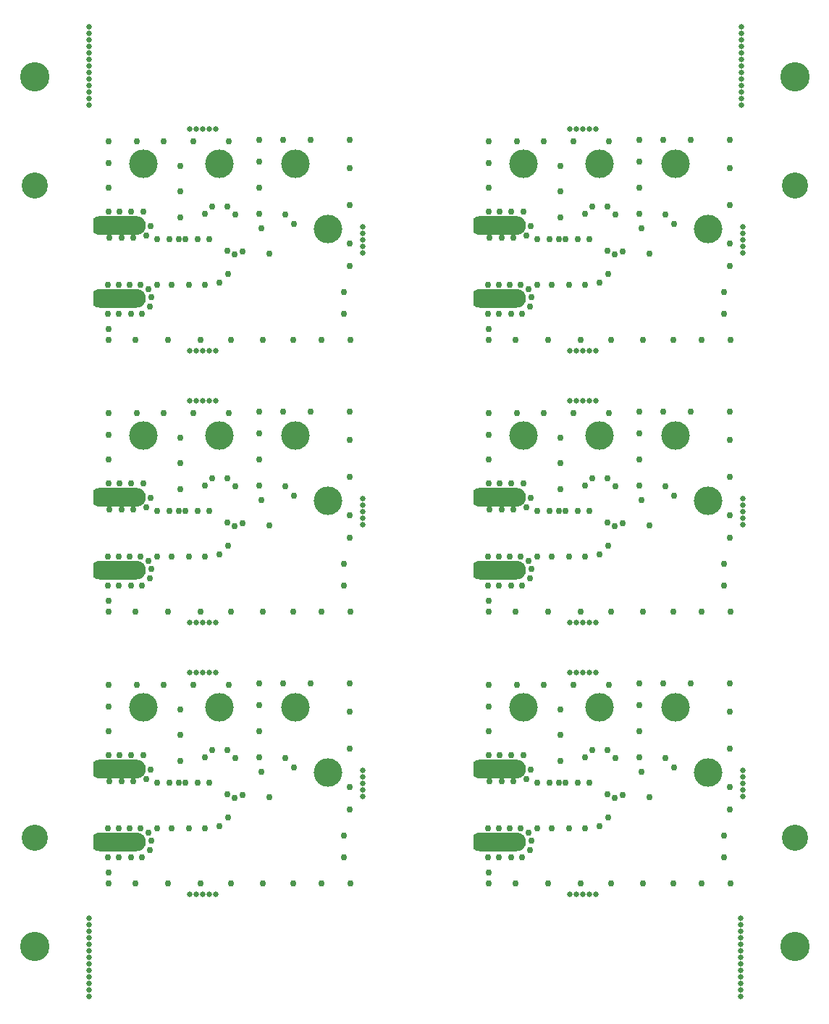
<source format=gbr>
*
%FSLAX26Y26*%
%MOIN*%
%ADD10C,0.030000*%
%ADD11C,0.131000*%
%ADD12C,0.135000*%
%ADD13C,0.120000*%
%ADD14C,0.026000*%
%IPPOS*%
%LNssm.gbr*%
%LPD*%
G75*
G54D10*
X590000Y540000D03*
Y590000D03*
X715000Y540000D03*
X865000D03*
X1015000D03*
X1155000D03*
X1300000D03*
X1440000D03*
X1570000D03*
X1705000D03*
X587500Y662500D03*
X637500D03*
X693750D03*
X743750D03*
X1675000D03*
X781250Y693750D03*
X787500Y737500D03*
X775000Y775000D03*
X1675000Y762500D03*
X637500Y793750D03*
X587500D03*
X737500D03*
X687500D03*
X815000Y795000D03*
X880000D03*
X1035000D03*
X960000D03*
X1100000Y805000D03*
X1140000Y845000D03*
X1700000Y880000D03*
X1137500Y950000D03*
X1209500Y949000D03*
X1172500Y935000D03*
X1331250Y937500D03*
X1700000Y985000D03*
X595000Y1010000D03*
X705000D03*
X650000D03*
X815000Y1005000D03*
X765000Y1020000D03*
X785000Y1065000D03*
X915000Y1005000D03*
X870000D03*
X945000D03*
X1000000D03*
X1055000D03*
X1293750Y1056250D03*
X1443750Y1075000D03*
X590000Y1130000D03*
X695000D03*
X640000D03*
X750000D03*
X920000Y1105000D03*
X1035000Y1120000D03*
X1137500Y1156250D03*
X1068750D03*
X1175000Y1118750D03*
X1285000Y1120000D03*
X1406250Y1118750D03*
X1700000Y1160000D03*
X590000Y1240000D03*
X920000Y1225000D03*
X1285000Y1240000D03*
X590000Y1355000D03*
X920000Y1340000D03*
X1285000Y1360000D03*
X1700000Y1330000D03*
X590000Y1455000D03*
X720000D03*
X845000D03*
X980000D03*
X1145000D03*
X1285000Y1460000D03*
X1395000D03*
X1520000D03*
X1700000D03*
G36*
X520000Y701694D02*
Y763306D01*
G02X550000Y775500I30000J-30806D01*
G01X720000D01*
G02X720000Y689500I0J-43000D01*
G01X550000D01*
G02X520000Y701694I0J43000D01*
G37*
G36*
Y1036694D02*
G01Y1098306D01*
G02X550000Y1110500I30000J-30806D01*
G01X720000D01*
G02X720000Y1024500I0J-43000D01*
G01X550000D01*
G02X520000Y1036694I0J43000D01*
G37*
G54D11*
X1100000Y1350000D03*
X1450000D03*
X750000D03*
X1600000Y1050000D03*
G54D10*
X590000Y1790000D03*
Y1840000D03*
X715000Y1790000D03*
X865000D03*
X1015000D03*
X1155000D03*
X1300000D03*
X1440000D03*
X1570000D03*
X1705000D03*
X587500Y1912500D03*
X637500D03*
X693750D03*
X743750D03*
X1675000D03*
X781250Y1943750D03*
X787500Y1987500D03*
X775000Y2025000D03*
X1675000Y2012500D03*
X637500Y2043750D03*
X587500D03*
X737500D03*
X687500D03*
X815000Y2045000D03*
X880000D03*
X1035000D03*
X960000D03*
X1100000Y2055000D03*
X1140000Y2095000D03*
X1700000Y2130000D03*
X1137500Y2200000D03*
X1209500Y2199000D03*
X1172500Y2185000D03*
X1331250Y2187500D03*
X1700000Y2235000D03*
X595000Y2260000D03*
X705000D03*
X650000D03*
X815000Y2255000D03*
X765000Y2270000D03*
X785000Y2315000D03*
X915000Y2255000D03*
X870000D03*
X945000D03*
X1000000D03*
X1055000D03*
X1293750Y2306250D03*
X1443750Y2325000D03*
X590000Y2380000D03*
X695000D03*
X640000D03*
X750000D03*
X920000Y2355000D03*
X1035000Y2370000D03*
X1137500Y2406250D03*
X1068750D03*
X1175000Y2368750D03*
X1285000Y2370000D03*
X1406250Y2368750D03*
X1700000Y2410000D03*
X590000Y2490000D03*
X920000Y2475000D03*
X1285000Y2490000D03*
X590000Y2605000D03*
X920000Y2590000D03*
X1285000Y2610000D03*
X1700000Y2580000D03*
X590000Y2705000D03*
X720000D03*
X845000D03*
X980000D03*
X1145000D03*
X1285000Y2710000D03*
X1395000D03*
X1520000D03*
X1700000D03*
G36*
X520000Y1951694D02*
G01Y2013306D01*
G02X550000Y2025500I30000J-30806D01*
G01X720000D01*
G02X720000Y1939500I0J-43000D01*
G01X550000D01*
G02X520000Y1951694I0J43000D01*
G37*
G36*
Y2286694D02*
G01Y2348306D01*
G02X550000Y2360500I30000J-30806D01*
G01X720000D01*
G02X720000Y2274500I0J-43000D01*
G01X550000D01*
G02X520000Y2286694I0J43000D01*
G37*
G54D11*
X1100000Y2600000D03*
X1450000D03*
X750000D03*
X1600000Y2300000D03*
G54D10*
X590000Y3040000D03*
Y3090000D03*
X715000Y3040000D03*
X865000D03*
X1015000D03*
X1155000D03*
X1300000D03*
X1440000D03*
X1570000D03*
X1705000D03*
X587500Y3162500D03*
X637500D03*
X693750D03*
X743750D03*
X1675000D03*
X781250Y3193750D03*
X787500Y3237500D03*
X775000Y3275000D03*
X1675000Y3262500D03*
X637500Y3293750D03*
X587500D03*
X737500D03*
X687500D03*
X815000Y3295000D03*
X880000D03*
X1035000D03*
X960000D03*
X1100000Y3305000D03*
X1140000Y3345000D03*
X1700000Y3380000D03*
X1137500Y3450000D03*
X1209500Y3449000D03*
X1172500Y3435000D03*
X1331250Y3437500D03*
X1700000Y3485000D03*
X595000Y3510000D03*
X705000D03*
X650000D03*
X815000Y3505000D03*
X765000Y3520000D03*
X785000Y3565000D03*
X915000Y3505000D03*
X870000D03*
X945000D03*
X1000000D03*
X1055000D03*
X1293750Y3556250D03*
X1443750Y3575000D03*
X590000Y3630000D03*
X695000D03*
X640000D03*
X750000D03*
X920000Y3605000D03*
X1035000Y3620000D03*
X1137500Y3656250D03*
X1068750D03*
X1175000Y3618750D03*
X1285000Y3620000D03*
X1406250Y3618750D03*
X1700000Y3660000D03*
X590000Y3740000D03*
X920000Y3725000D03*
X1285000Y3740000D03*
X590000Y3855000D03*
X920000Y3840000D03*
X1285000Y3860000D03*
X1700000Y3830000D03*
X590000Y3955000D03*
X720000D03*
X845000D03*
X980000D03*
X1145000D03*
X1285000Y3960000D03*
X1395000D03*
X1520000D03*
X1700000D03*
G36*
X520000Y3201694D02*
G01Y3263306D01*
G02X550000Y3275500I30000J-30806D01*
G01X720000D01*
G02X720000Y3189500I0J-43000D01*
G01X550000D01*
G02X520000Y3201694I0J43000D01*
G37*
G36*
Y3536694D02*
G01Y3598306D01*
G02X550000Y3610500I30000J-30806D01*
G01X720000D01*
G02X720000Y3524500I0J-43000D01*
G01X550000D01*
G02X520000Y3536694I0J43000D01*
G37*
G54D11*
X1100000Y3850000D03*
X1450000D03*
X750000D03*
X1600000Y3550000D03*
G54D10*
X2340000Y540000D03*
Y590000D03*
X2465000Y540000D03*
X2615000D03*
X2765000D03*
X2905000D03*
X3050000D03*
X3190000D03*
X3320000D03*
X3455000D03*
X2337500Y662500D03*
X2387500D03*
X2443750D03*
X2493750D03*
X3425000D03*
X2531250Y693750D03*
X2537500Y737500D03*
X2525000Y775000D03*
X3425000Y762500D03*
X2387500Y793750D03*
X2337500D03*
X2487500D03*
X2437500D03*
X2565000Y795000D03*
X2630000D03*
X2785000D03*
X2710000D03*
X2850000Y805000D03*
X2890000Y845000D03*
X3450000Y880000D03*
X2887500Y950000D03*
X2959500Y949000D03*
X2922500Y935000D03*
X3081250Y937500D03*
X3450000Y985000D03*
X2345000Y1010000D03*
X2455000D03*
X2400000D03*
X2565000Y1005000D03*
X2515000Y1020000D03*
X2535000Y1065000D03*
X2665000Y1005000D03*
X2620000D03*
X2695000D03*
X2750000D03*
X2805000D03*
X3043750Y1056250D03*
X3193750Y1075000D03*
X2340000Y1130000D03*
X2445000D03*
X2390000D03*
X2500000D03*
X2670000Y1105000D03*
X2785000Y1120000D03*
X2887500Y1156250D03*
X2818750D03*
X2925000Y1118750D03*
X3035000Y1120000D03*
X3156250Y1118750D03*
X3450000Y1160000D03*
X2340000Y1240000D03*
X2670000Y1225000D03*
X3035000Y1240000D03*
X2340000Y1355000D03*
X2670000Y1340000D03*
X3035000Y1360000D03*
X3450000Y1330000D03*
X2340000Y1455000D03*
X2470000D03*
X2595000D03*
X2730000D03*
X2895000D03*
X3035000Y1460000D03*
X3145000D03*
X3270000D03*
X3450000D03*
G36*
X2270000Y701694D02*
G01Y763306D01*
G02X2300000Y775500I30000J-30806D01*
G01X2470000D01*
G02X2470000Y689500I0J-43000D01*
G01X2300000D01*
G02X2270000Y701694I0J43000D01*
G37*
G36*
Y1036694D02*
G01Y1098306D01*
G02X2300000Y1110500I30000J-30806D01*
G01X2470000D01*
G02X2470000Y1024500I0J-43000D01*
G01X2300000D01*
G02X2270000Y1036694I0J43000D01*
G37*
G54D11*
X2850000Y1350000D03*
X3200000D03*
X2500000D03*
X3350000Y1050000D03*
G54D10*
X2340000Y1790000D03*
Y1840000D03*
X2465000Y1790000D03*
X2615000D03*
X2765000D03*
X2905000D03*
X3050000D03*
X3190000D03*
X3320000D03*
X3455000D03*
X2337500Y1912500D03*
X2387500D03*
X2443750D03*
X2493750D03*
X3425000D03*
X2531250Y1943750D03*
X2537500Y1987500D03*
X2525000Y2025000D03*
X3425000Y2012500D03*
X2387500Y2043750D03*
X2337500D03*
X2487500D03*
X2437500D03*
X2565000Y2045000D03*
X2630000D03*
X2785000D03*
X2710000D03*
X2850000Y2055000D03*
X2890000Y2095000D03*
X3450000Y2130000D03*
X2887500Y2200000D03*
X2959500Y2199000D03*
X2922500Y2185000D03*
X3081250Y2187500D03*
X3450000Y2235000D03*
X2345000Y2260000D03*
X2455000D03*
X2400000D03*
X2565000Y2255000D03*
X2515000Y2270000D03*
X2535000Y2315000D03*
X2665000Y2255000D03*
X2620000D03*
X2695000D03*
X2750000D03*
X2805000D03*
X3043750Y2306250D03*
X3193750Y2325000D03*
X2340000Y2380000D03*
X2445000D03*
X2390000D03*
X2500000D03*
X2670000Y2355000D03*
X2785000Y2370000D03*
X2887500Y2406250D03*
X2818750D03*
X2925000Y2368750D03*
X3035000Y2370000D03*
X3156250Y2368750D03*
X3450000Y2410000D03*
X2340000Y2490000D03*
X2670000Y2475000D03*
X3035000Y2490000D03*
X2340000Y2605000D03*
X2670000Y2590000D03*
X3035000Y2610000D03*
X3450000Y2580000D03*
X2340000Y2705000D03*
X2470000D03*
X2595000D03*
X2730000D03*
X2895000D03*
X3035000Y2710000D03*
X3145000D03*
X3270000D03*
X3450000D03*
G36*
X2270000Y1951694D02*
G01Y2013306D01*
G02X2300000Y2025500I30000J-30806D01*
G01X2470000D01*
G02X2470000Y1939500I0J-43000D01*
G01X2300000D01*
G02X2270000Y1951694I0J43000D01*
G37*
G36*
Y2286694D02*
G01Y2348306D01*
G02X2300000Y2360500I30000J-30806D01*
G01X2470000D01*
G02X2470000Y2274500I0J-43000D01*
G01X2300000D01*
G02X2270000Y2286694I0J43000D01*
G37*
G54D11*
X2850000Y2600000D03*
X3200000D03*
X2500000D03*
X3350000Y2300000D03*
G54D10*
X2340000Y3040000D03*
Y3090000D03*
X2465000Y3040000D03*
X2615000D03*
X2765000D03*
X2905000D03*
X3050000D03*
X3190000D03*
X3320000D03*
X3455000D03*
X2337500Y3162500D03*
X2387500D03*
X2443750D03*
X2493750D03*
X3425000D03*
X2531250Y3193750D03*
X2537500Y3237500D03*
X2525000Y3275000D03*
X3425000Y3262500D03*
X2387500Y3293750D03*
X2337500D03*
X2487500D03*
X2437500D03*
X2565000Y3295000D03*
X2630000D03*
X2785000D03*
X2710000D03*
X2850000Y3305000D03*
X2890000Y3345000D03*
X3450000Y3380000D03*
X2887500Y3450000D03*
X2959500Y3449000D03*
X2922500Y3435000D03*
X3081250Y3437500D03*
X3450000Y3485000D03*
X2345000Y3510000D03*
X2455000D03*
X2400000D03*
X2565000Y3505000D03*
X2515000Y3520000D03*
X2535000Y3565000D03*
X2665000Y3505000D03*
X2620000D03*
X2695000D03*
X2750000D03*
X2805000D03*
X3043750Y3556250D03*
X3193750Y3575000D03*
X2340000Y3630000D03*
X2445000D03*
X2390000D03*
X2500000D03*
X2670000Y3605000D03*
X2785000Y3620000D03*
X2887500Y3656250D03*
X2818750D03*
X2925000Y3618750D03*
X3035000Y3620000D03*
X3156250Y3618750D03*
X3450000Y3660000D03*
X2340000Y3740000D03*
X2670000Y3725000D03*
X3035000Y3740000D03*
X2340000Y3855000D03*
X2670000Y3840000D03*
X3035000Y3860000D03*
X3450000Y3830000D03*
X2340000Y3955000D03*
X2470000D03*
X2595000D03*
X2730000D03*
X2895000D03*
X3035000Y3960000D03*
X3145000D03*
X3270000D03*
X3450000D03*
G36*
X2270000Y3201694D02*
G01Y3263306D01*
G02X2300000Y3275500I30000J-30806D01*
G01X2470000D01*
G02X2470000Y3189500I0J-43000D01*
G01X2300000D01*
G02X2270000Y3201694I0J43000D01*
G37*
G36*
Y3536694D02*
G01Y3598306D01*
G02X2300000Y3610500I30000J-30806D01*
G01X2470000D01*
G02X2470000Y3524500I0J-43000D01*
G01X2300000D01*
G02X2270000Y3536694I0J43000D01*
G37*
G54D11*
X2850000Y3850000D03*
X3200000D03*
X2500000D03*
X3350000Y3550000D03*
G54D12*
X250000Y250000D03*
G54D13*
Y750000D03*
G54D12*
X3750000Y250000D03*
G54D13*
Y750000D03*
G54D12*
X250000Y4250000D03*
G54D13*
Y3750000D03*
G54D12*
X3750000Y4250000D03*
G54D13*
Y3750000D03*
G54D14*
X1025000Y490000D03*
G54D14*
X995000D03*
G54D14*
X965000D03*
G54D14*
X1055000D03*
G54D14*
X1085000D03*
G54D14*
X1025000Y1510000D03*
G54D14*
X1055000D03*
G54D14*
X1085000D03*
G54D14*
X995000D03*
G54D14*
X965000D03*
X1760000Y1000000D03*
Y970000D03*
Y940000D03*
Y1030000D03*
Y1060000D03*
G54D14*
X1025000Y1740000D03*
G54D14*
X995000D03*
G54D14*
X965000D03*
G54D14*
X1055000D03*
G54D14*
X1085000D03*
G54D14*
X1025000Y2760000D03*
G54D14*
X1055000D03*
G54D14*
X1085000D03*
G54D14*
X995000D03*
G54D14*
X965000D03*
X1760000Y2250000D03*
Y2220000D03*
Y2190000D03*
Y2280000D03*
Y2310000D03*
G54D14*
X1025000Y2990000D03*
G54D14*
X995000D03*
G54D14*
X965000D03*
G54D14*
X1055000D03*
G54D14*
X1085000D03*
G54D14*
X1025000Y4010000D03*
G54D14*
X1055000D03*
G54D14*
X1085000D03*
G54D14*
X995000D03*
G54D14*
X965000D03*
X1760000Y3500000D03*
Y3470000D03*
Y3440000D03*
Y3530000D03*
Y3560000D03*
G54D14*
X2775000Y490000D03*
G54D14*
X2745000D03*
G54D14*
X2715000D03*
G54D14*
X2805000D03*
G54D14*
X2835000D03*
G54D14*
X2775000Y1510000D03*
G54D14*
X2805000D03*
G54D14*
X2835000D03*
G54D14*
X2745000D03*
G54D14*
X2715000D03*
X3510000Y1000000D03*
Y970000D03*
Y940000D03*
Y1030000D03*
Y1060000D03*
G54D14*
X2775000Y1740000D03*
G54D14*
X2745000D03*
G54D14*
X2715000D03*
G54D14*
X2805000D03*
G54D14*
X2835000D03*
G54D14*
X2775000Y2760000D03*
G54D14*
X2805000D03*
G54D14*
X2835000D03*
G54D14*
X2745000D03*
G54D14*
X2715000D03*
X3510000Y2250000D03*
Y2220000D03*
Y2190000D03*
Y2280000D03*
Y2310000D03*
G54D14*
X2775000Y2990000D03*
G54D14*
X2745000D03*
G54D14*
X2715000D03*
G54D14*
X2805000D03*
G54D14*
X2835000D03*
G54D14*
X2775000Y4010000D03*
G54D14*
X2805000D03*
G54D14*
X2835000D03*
G54D14*
X2745000D03*
G54D14*
X2715000D03*
X3510000Y3500000D03*
Y3470000D03*
Y3440000D03*
Y3530000D03*
Y3560000D03*
X500000Y380000D03*
Y350000D03*
Y320000D03*
Y290000D03*
Y260000D03*
Y230000D03*
Y200000D03*
Y170000D03*
Y140000D03*
Y110000D03*
Y80000D03*
Y50000D03*
Y20000D03*
Y4120000D03*
Y4150000D03*
Y4180000D03*
Y4210000D03*
Y4240000D03*
Y4270000D03*
Y4300000D03*
Y4330000D03*
Y4360000D03*
Y4390000D03*
Y4420000D03*
Y4450000D03*
Y4480000D03*
X3500000Y380000D03*
Y350000D03*
Y320000D03*
Y290000D03*
Y260000D03*
Y230000D03*
Y200000D03*
Y170000D03*
Y140000D03*
Y110000D03*
Y80000D03*
Y50000D03*
Y20000D03*
X3504896Y4120000D03*
Y4150000D03*
Y4180000D03*
Y4210000D03*
Y4240000D03*
Y4270000D03*
Y4300000D03*
Y4330000D03*
Y4360000D03*
Y4390000D03*
Y4420000D03*
Y4450000D03*
Y4480000D03*
M02*

</source>
